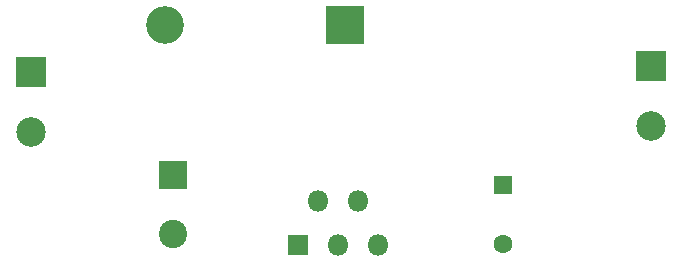
<source format=gbr>
%TF.GenerationSoftware,KiCad,Pcbnew,(6.0.2)*%
%TF.CreationDate,2022-02-27T23:15:49+03:00*%
%TF.ProjectId,LM2596_buck_5,4c4d3235-3936-45f6-9275-636b5f352e6b,v1.0*%
%TF.SameCoordinates,Original*%
%TF.FileFunction,Soldermask,Bot*%
%TF.FilePolarity,Negative*%
%FSLAX46Y46*%
G04 Gerber Fmt 4.6, Leading zero omitted, Abs format (unit mm)*
G04 Created by KiCad (PCBNEW (6.0.2)) date 2022-02-27 23:15:49*
%MOMM*%
%LPD*%
G01*
G04 APERTURE LIST*
%ADD10R,1.800000X1.800000*%
%ADD11O,1.800000X1.800000*%
%ADD12R,2.500000X2.500000*%
%ADD13C,2.500000*%
%ADD14O,3.200000X3.200000*%
%ADD15R,3.200000X3.200000*%
%ADD16R,1.600000X1.600000*%
%ADD17C,1.600000*%
%ADD18R,2.400000X2.400000*%
%ADD19C,2.400000*%
G04 APERTURE END LIST*
D10*
%TO.C,U1*%
X127600000Y-110650000D03*
D11*
X129300000Y-106950000D03*
X131000000Y-110650000D03*
X132700000Y-106950000D03*
X134400000Y-110650000D03*
%TD*%
D12*
%TO.C,J2*%
X157480000Y-95455000D03*
D13*
X157480000Y-100535000D03*
%TD*%
%TO.C,J1*%
X105000000Y-101080000D03*
D12*
X105000000Y-96000000D03*
%TD*%
D14*
%TO.C,D1*%
X116380000Y-92000000D03*
D15*
X131620000Y-92000000D03*
%TD*%
D16*
%TO.C,C2*%
X145000000Y-105597349D03*
D17*
X145000000Y-110597349D03*
%TD*%
D18*
%TO.C,C1*%
X117000000Y-104676041D03*
D19*
X117000000Y-109676041D03*
%TD*%
M02*

</source>
